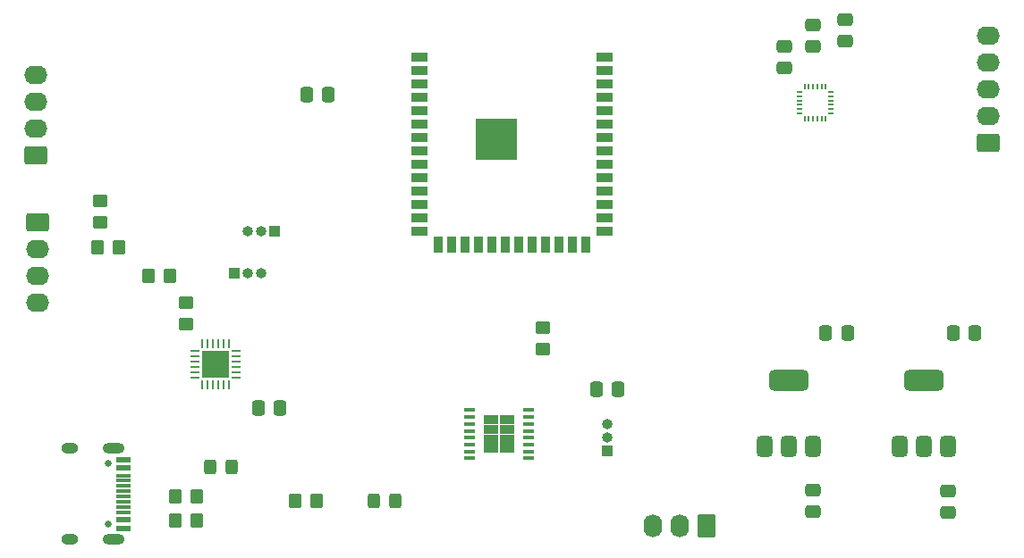
<source format=gbr>
%TF.GenerationSoftware,KiCad,Pcbnew,8.0.5*%
%TF.CreationDate,2024-10-22T09:55:14-05:00*%
%TF.ProjectId,golf_club_draft,676f6c66-5f63-46c7-9562-5f6472616674,rev?*%
%TF.SameCoordinates,Original*%
%TF.FileFunction,Soldermask,Top*%
%TF.FilePolarity,Negative*%
%FSLAX46Y46*%
G04 Gerber Fmt 4.6, Leading zero omitted, Abs format (unit mm)*
G04 Created by KiCad (PCBNEW 8.0.5) date 2024-10-22 09:55:14*
%MOMM*%
%LPD*%
G01*
G04 APERTURE LIST*
G04 Aperture macros list*
%AMRoundRect*
0 Rectangle with rounded corners*
0 $1 Rounding radius*
0 $2 $3 $4 $5 $6 $7 $8 $9 X,Y pos of 4 corners*
0 Add a 4 corners polygon primitive as box body*
4,1,4,$2,$3,$4,$5,$6,$7,$8,$9,$2,$3,0*
0 Add four circle primitives for the rounded corners*
1,1,$1+$1,$2,$3*
1,1,$1+$1,$4,$5*
1,1,$1+$1,$6,$7*
1,1,$1+$1,$8,$9*
0 Add four rect primitives between the rounded corners*
20,1,$1+$1,$2,$3,$4,$5,0*
20,1,$1+$1,$4,$5,$6,$7,0*
20,1,$1+$1,$6,$7,$8,$9,0*
20,1,$1+$1,$8,$9,$2,$3,0*%
G04 Aperture macros list end*
%ADD10RoundRect,0.250000X0.475000X-0.337500X0.475000X0.337500X-0.475000X0.337500X-0.475000X-0.337500X0*%
%ADD11RoundRect,0.250000X0.325000X0.450000X-0.325000X0.450000X-0.325000X-0.450000X0.325000X-0.450000X0*%
%ADD12R,1.000000X1.000000*%
%ADD13O,1.000000X1.000000*%
%ADD14RoundRect,0.250000X-0.350000X-0.450000X0.350000X-0.450000X0.350000X0.450000X-0.350000X0.450000X0*%
%ADD15RoundRect,0.250000X0.845000X-0.620000X0.845000X0.620000X-0.845000X0.620000X-0.845000X-0.620000X0*%
%ADD16O,2.190000X1.740000*%
%ADD17RoundRect,0.250000X0.450000X-0.350000X0.450000X0.350000X-0.450000X0.350000X-0.450000X-0.350000X0*%
%ADD18RoundRect,0.250000X-0.475000X0.337500X-0.475000X-0.337500X0.475000X-0.337500X0.475000X0.337500X0*%
%ADD19RoundRect,0.250000X-0.337500X-0.475000X0.337500X-0.475000X0.337500X0.475000X-0.337500X0.475000X0*%
%ADD20RoundRect,0.250000X-0.845000X0.620000X-0.845000X-0.620000X0.845000X-0.620000X0.845000X0.620000X0*%
%ADD21RoundRect,0.250000X0.350000X0.450000X-0.350000X0.450000X-0.350000X-0.450000X0.350000X-0.450000X0*%
%ADD22R,1.050000X0.450000*%
%ADD23R,1.470000X0.895000*%
%ADD24RoundRect,0.375000X0.375000X-0.625000X0.375000X0.625000X-0.375000X0.625000X-0.375000X-0.625000X0*%
%ADD25RoundRect,0.500000X1.400000X-0.500000X1.400000X0.500000X-1.400000X0.500000X-1.400000X-0.500000X0*%
%ADD26RoundRect,0.250000X-0.450000X0.350000X-0.450000X-0.350000X0.450000X-0.350000X0.450000X0.350000X0*%
%ADD27R,1.500000X0.900000*%
%ADD28R,0.900000X1.500000*%
%ADD29C,0.600000*%
%ADD30R,3.900000X3.900000*%
%ADD31RoundRect,0.250000X0.620000X0.845000X-0.620000X0.845000X-0.620000X-0.845000X0.620000X-0.845000X0*%
%ADD32O,1.740000X2.190000*%
%ADD33RoundRect,0.062500X-0.350000X-0.062500X0.350000X-0.062500X0.350000X0.062500X-0.350000X0.062500X0*%
%ADD34RoundRect,0.062500X-0.062500X-0.350000X0.062500X-0.350000X0.062500X0.350000X-0.062500X0.350000X0*%
%ADD35R,2.600000X2.600000*%
%ADD36RoundRect,0.050000X0.225000X0.050000X-0.225000X0.050000X-0.225000X-0.050000X0.225000X-0.050000X0*%
%ADD37RoundRect,0.050000X-0.050000X0.225000X-0.050000X-0.225000X0.050000X-0.225000X0.050000X0.225000X0*%
%ADD38C,0.650000*%
%ADD39R,1.450000X0.600000*%
%ADD40R,1.450000X0.300000*%
%ADD41O,2.100000X1.000000*%
%ADD42O,1.600000X1.000000*%
G04 APERTURE END LIST*
D10*
%TO.C,C10*%
X191897000Y-49932500D03*
X191897000Y-47857500D03*
%TD*%
D11*
%TO.C,D2*%
X139582000Y-87757000D03*
X137532000Y-87757000D03*
%TD*%
D12*
%TO.C,Q1*%
X175108000Y-86238000D03*
D13*
X175108000Y-84968000D03*
X175108000Y-83698000D03*
%TD*%
D14*
%TO.C,R5*%
X134255000Y-92837000D03*
X136255000Y-92837000D03*
%TD*%
D15*
%TO.C,FSR_V1*%
X121031000Y-58166000D03*
D16*
X121031000Y-55626000D03*
X121031000Y-53086000D03*
X121031000Y-50546000D03*
%TD*%
D11*
%TO.C,D1*%
X155076000Y-90932000D03*
X153026000Y-90932000D03*
%TD*%
D12*
%TO.C,Q3*%
X143637000Y-65405000D03*
D13*
X142367000Y-65405000D03*
X141097000Y-65405000D03*
%TD*%
D17*
%TO.C,R3*%
X169037000Y-76565000D03*
X169037000Y-74565000D03*
%TD*%
D18*
%TO.C,C9*%
X197612000Y-45296000D03*
X197612000Y-47371000D03*
%TD*%
D19*
%TO.C,C7*%
X146663500Y-52451000D03*
X148738500Y-52451000D03*
%TD*%
D18*
%TO.C,C1*%
X194564000Y-89916000D03*
X194564000Y-91991000D03*
%TD*%
D19*
%TO.C,C4*%
X207877500Y-75057000D03*
X209952500Y-75057000D03*
%TD*%
D20*
%TO.C,FSR_IO1*%
X121158000Y-64516000D03*
D16*
X121158000Y-67056000D03*
X121158000Y-69596000D03*
X121158000Y-72136000D03*
%TD*%
D21*
%TO.C,R7*%
X128873000Y-66929000D03*
X126873000Y-66929000D03*
%TD*%
D22*
%TO.C,BATTCHARGER1*%
X167648000Y-86911500D03*
X167648000Y-86261500D03*
X167648000Y-85611500D03*
X167648000Y-84961500D03*
X167648000Y-84311500D03*
X167648000Y-83661500D03*
X167648000Y-83011500D03*
X167648000Y-82361500D03*
X162098000Y-82361500D03*
X162098000Y-83011500D03*
X162098000Y-83661500D03*
X162098000Y-84311500D03*
X162098000Y-84961500D03*
X162098000Y-85611500D03*
X162098000Y-86261500D03*
X162098000Y-86911500D03*
D23*
X165608000Y-85979000D03*
X165608000Y-85084000D03*
X165608000Y-84189000D03*
X165608000Y-83294000D03*
X164138000Y-85979000D03*
X164138000Y-85084000D03*
X164138000Y-84189000D03*
X164138000Y-83294000D03*
%TD*%
D24*
%TO.C,3V3LR1*%
X189978000Y-85802000D03*
X192278000Y-85802000D03*
D25*
X192278000Y-79502000D03*
D24*
X194578000Y-85802000D03*
%TD*%
D26*
%TO.C,R6*%
X127127000Y-62500000D03*
X127127000Y-64500000D03*
%TD*%
D18*
%TO.C,C3*%
X207391000Y-90021500D03*
X207391000Y-92096500D03*
%TD*%
D24*
%TO.C,1V8LR1*%
X202805000Y-85802000D03*
X205105000Y-85802000D03*
D25*
X205105000Y-79502000D03*
D24*
X207405000Y-85802000D03*
%TD*%
D27*
%TO.C,U3*%
X157339000Y-48919000D03*
X157339000Y-50189000D03*
X157339000Y-51459000D03*
X157339000Y-52729000D03*
X157339000Y-53999000D03*
X157339000Y-55269000D03*
X157339000Y-56539000D03*
X157339000Y-57809000D03*
X157339000Y-59079000D03*
X157339000Y-60349000D03*
X157339000Y-61619000D03*
X157339000Y-62889000D03*
X157339000Y-64159000D03*
X157339000Y-65429000D03*
D28*
X159104000Y-66679000D03*
X160374000Y-66679000D03*
X161644000Y-66679000D03*
X162914000Y-66679000D03*
X164184000Y-66679000D03*
X165454000Y-66679000D03*
X166724000Y-66679000D03*
X167994000Y-66679000D03*
X169264000Y-66679000D03*
X170534000Y-66679000D03*
X171804000Y-66679000D03*
X173074000Y-66679000D03*
D27*
X174839000Y-65429000D03*
X174839000Y-64159000D03*
X174839000Y-62889000D03*
X174839000Y-61619000D03*
X174839000Y-60349000D03*
X174839000Y-59079000D03*
X174839000Y-57809000D03*
X174839000Y-56539000D03*
X174839000Y-55269000D03*
X174839000Y-53999000D03*
X174839000Y-52729000D03*
X174839000Y-51459000D03*
X174839000Y-50189000D03*
X174839000Y-48919000D03*
D29*
X163189000Y-55939000D03*
X163189000Y-57339000D03*
X163889000Y-55239000D03*
X163889000Y-56639000D03*
X163889000Y-58039000D03*
X164589000Y-55939000D03*
D30*
X164589000Y-56639000D03*
D29*
X164589000Y-57339000D03*
X165289000Y-55239000D03*
X165289000Y-56639000D03*
X165289000Y-58039000D03*
X165989000Y-55939000D03*
X165989000Y-57339000D03*
%TD*%
D31*
%TO.C,BATTIO1*%
X184531000Y-93345000D03*
D32*
X181991000Y-93345000D03*
X179451000Y-93345000D03*
%TD*%
D14*
%TO.C,R1*%
X145558000Y-90932000D03*
X147558000Y-90932000D03*
%TD*%
D15*
%TO.C,IMU_IO1*%
X211201000Y-57023000D03*
D16*
X211201000Y-54483000D03*
X211201000Y-51943000D03*
X211201000Y-49403000D03*
X211201000Y-46863000D03*
%TD*%
D14*
%TO.C,R4*%
X134255000Y-90551000D03*
X136255000Y-90551000D03*
%TD*%
D21*
%TO.C,R8*%
X133715000Y-69596000D03*
X131715000Y-69596000D03*
%TD*%
D17*
%TO.C,R9*%
X135255000Y-74152000D03*
X135255000Y-72152000D03*
%TD*%
D33*
%TO.C,U2*%
X136079000Y-76748000D03*
X136079000Y-77248000D03*
X136079000Y-77748000D03*
X136079000Y-78248000D03*
X136079000Y-78748000D03*
X136079000Y-79248000D03*
D34*
X136766500Y-79935500D03*
X137266500Y-79935500D03*
X137766500Y-79935500D03*
X138266500Y-79935500D03*
X138766500Y-79935500D03*
X139266500Y-79935500D03*
D33*
X139954000Y-79248000D03*
X139954000Y-78748000D03*
X139954000Y-78248000D03*
X139954000Y-77748000D03*
X139954000Y-77248000D03*
X139954000Y-76748000D03*
D34*
X139266500Y-76060500D03*
X138766500Y-76060500D03*
X138266500Y-76060500D03*
X137766500Y-76060500D03*
X137266500Y-76060500D03*
X136766500Y-76060500D03*
D35*
X138016500Y-77998000D03*
%TD*%
D19*
%TO.C,C2*%
X195812500Y-75057000D03*
X197887500Y-75057000D03*
%TD*%
D36*
%TO.C,U1*%
X196302000Y-54189000D03*
X196302000Y-53789000D03*
X196302000Y-53389000D03*
X196302000Y-52989000D03*
X196302000Y-52589000D03*
X196302000Y-52189000D03*
D37*
X195802000Y-51689000D03*
X195402000Y-51689000D03*
X195002000Y-51689000D03*
X194602000Y-51689000D03*
X194202000Y-51689000D03*
X193802000Y-51689000D03*
D36*
X193302000Y-52189000D03*
X193302000Y-52589000D03*
X193302000Y-52989000D03*
X193302000Y-53389000D03*
X193302000Y-53789000D03*
X193302000Y-54189000D03*
D37*
X193802000Y-54689000D03*
X194202000Y-54689000D03*
X194602000Y-54689000D03*
X195002000Y-54689000D03*
X195402000Y-54689000D03*
X195802000Y-54689000D03*
%TD*%
D12*
%TO.C,Q2*%
X139827000Y-69342000D03*
D13*
X141097000Y-69342000D03*
X142367000Y-69342000D03*
%TD*%
D19*
%TO.C,C6*%
X142091500Y-82169000D03*
X144166500Y-82169000D03*
%TD*%
D10*
%TO.C,C11*%
X194564000Y-47900500D03*
X194564000Y-45825500D03*
%TD*%
D19*
%TO.C,C5*%
X174095500Y-80391000D03*
X176170500Y-80391000D03*
%TD*%
D38*
%TO.C,J1*%
X127867000Y-87405000D03*
X127867000Y-93185000D03*
D39*
X129312000Y-87045000D03*
X129312000Y-87845000D03*
D40*
X129312000Y-89045000D03*
X129312000Y-90045000D03*
X129312000Y-90545000D03*
X129312000Y-91545000D03*
D39*
X129312000Y-92745000D03*
X129312000Y-93545000D03*
X129312000Y-93545000D03*
X129312000Y-92745000D03*
D40*
X129312000Y-92045000D03*
X129312000Y-91045000D03*
X129312000Y-89545000D03*
X129312000Y-88545000D03*
D39*
X129312000Y-87845000D03*
X129312000Y-87045000D03*
D41*
X128397000Y-85975000D03*
D42*
X124217000Y-85975000D03*
D41*
X128397000Y-94615000D03*
D42*
X124217000Y-94615000D03*
%TD*%
M02*

</source>
